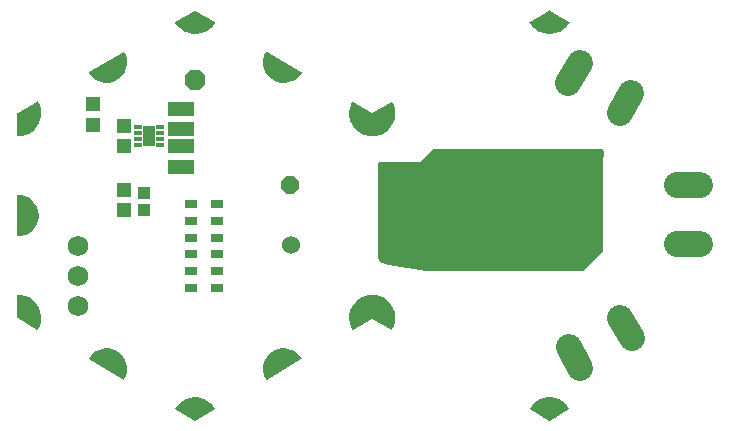
<source format=gbr>
G04 EAGLE Gerber RS-274X export*
G75*
%MOMM*%
%FSLAX34Y34*%
%LPD*%
%INSoldermask Top*%
%IPPOS*%
%AMOC8*
5,1,8,0,0,1.08239X$1,22.5*%
G01*
%ADD10R,1.003200X1.003200*%
%ADD11C,1.203200*%
%ADD12P,1.869504X8X22.500000*%
%ADD13R,1.303200X1.203200*%
%ADD14C,1.727200*%
%ADD15C,2.184400*%
%ADD16P,1.649562X8X113.700000*%
%ADD17C,1.524000*%
%ADD18R,0.703200X0.453200*%
%ADD19R,1.103200X1.803200*%
%ADD20R,1.203200X1.303200*%
%ADD21R,1.003200X0.703200*%
%ADD22C,1.503200*%

G36*
X178635Y40812D02*
X178635Y40812D01*
X178732Y40814D01*
X178792Y40832D01*
X178855Y40839D01*
X178945Y40875D01*
X179038Y40902D01*
X179092Y40933D01*
X179150Y40956D01*
X179229Y41013D01*
X179312Y41062D01*
X179392Y41132D01*
X179408Y41143D01*
X179415Y41152D01*
X179433Y41168D01*
X194673Y56305D01*
X194733Y56381D01*
X194800Y56452D01*
X194831Y56506D01*
X194869Y56556D01*
X194908Y56644D01*
X194955Y56729D01*
X194971Y56790D01*
X194997Y56847D01*
X195012Y56943D01*
X195037Y57036D01*
X195044Y57142D01*
X195048Y57161D01*
X195047Y57172D01*
X195048Y57197D01*
X195561Y131747D01*
X195738Y142059D01*
X195724Y142189D01*
X195716Y142318D01*
X195707Y142346D01*
X195703Y142376D01*
X195658Y142497D01*
X195618Y142621D01*
X195602Y142646D01*
X195591Y142673D01*
X195517Y142780D01*
X195448Y142889D01*
X195426Y142910D01*
X195409Y142934D01*
X195311Y143018D01*
X195216Y143107D01*
X195190Y143122D01*
X195168Y143141D01*
X195051Y143198D01*
X194937Y143261D01*
X194909Y143268D01*
X194882Y143281D01*
X194755Y143308D01*
X194629Y143340D01*
X194587Y143343D01*
X194571Y143346D01*
X194549Y143345D01*
X194469Y143351D01*
X51594Y143351D01*
X51496Y143338D01*
X51397Y143335D01*
X51338Y143318D01*
X51278Y143311D01*
X51186Y143274D01*
X51091Y143247D01*
X51039Y143216D01*
X50983Y143194D01*
X50903Y143136D01*
X50817Y143085D01*
X50742Y143019D01*
X50725Y143007D01*
X50717Y142997D01*
X50696Y142979D01*
X40749Y133032D01*
X6350Y133032D01*
X6232Y133017D01*
X6113Y133009D01*
X6075Y132997D01*
X6034Y132992D01*
X5924Y132948D01*
X5811Y132911D01*
X5776Y132890D01*
X5739Y132875D01*
X5643Y132805D01*
X5542Y132741D01*
X5514Y132712D01*
X5481Y132688D01*
X5406Y132596D01*
X5324Y132510D01*
X5304Y132474D01*
X5279Y132443D01*
X5228Y132335D01*
X5170Y132231D01*
X5160Y132192D01*
X5143Y132155D01*
X5121Y132039D01*
X5091Y131923D01*
X5087Y131863D01*
X5083Y131843D01*
X5085Y131823D01*
X5081Y131763D01*
X5081Y50800D01*
X5093Y50702D01*
X5096Y50603D01*
X5113Y50545D01*
X5121Y50484D01*
X5157Y50392D01*
X5185Y50297D01*
X5215Y50245D01*
X5238Y50189D01*
X5296Y50109D01*
X5346Y50023D01*
X5412Y49948D01*
X5424Y49931D01*
X5434Y49924D01*
X5453Y49903D01*
X7834Y47521D01*
X7888Y47479D01*
X7936Y47429D01*
X7986Y47399D01*
X7996Y47389D01*
X8024Y47374D01*
X8085Y47326D01*
X8149Y47299D01*
X8207Y47263D01*
X8265Y47241D01*
X8275Y47235D01*
X8289Y47232D01*
X8358Y47206D01*
X13860Y45513D01*
X13874Y45510D01*
X13887Y45505D01*
X14044Y45471D01*
X45016Y40814D01*
X45030Y40813D01*
X45044Y40810D01*
X45205Y40800D01*
X178539Y40800D01*
X178635Y40812D01*
G37*
G36*
X8Y154416D02*
X8Y154416D01*
X21Y154415D01*
X3071Y154657D01*
X3104Y154667D01*
X3150Y154670D01*
X6122Y155399D01*
X6153Y155413D01*
X6198Y155424D01*
X6262Y155451D01*
X7438Y155951D01*
X8614Y156450D01*
X9015Y156620D01*
X9043Y156639D01*
X9086Y156657D01*
X11674Y158290D01*
X11699Y158313D01*
X11738Y158338D01*
X14031Y160364D01*
X14052Y160391D01*
X14087Y160422D01*
X16025Y162790D01*
X16041Y162820D01*
X16071Y162856D01*
X17604Y165504D01*
X17615Y165536D01*
X17638Y165577D01*
X17691Y165716D01*
X17692Y165716D01*
X17692Y165717D01*
X18452Y167713D01*
X18452Y167714D01*
X18642Y168213D01*
X18727Y168436D01*
X18732Y168470D01*
X18749Y168514D01*
X19365Y171511D01*
X19365Y171545D01*
X19375Y171591D01*
X19501Y174648D01*
X19496Y174681D01*
X19498Y174728D01*
X19133Y177766D01*
X19123Y177798D01*
X19117Y177845D01*
X18269Y180785D01*
X18254Y180815D01*
X18241Y180860D01*
X16933Y183626D01*
X16915Y183649D01*
X16905Y183676D01*
X16856Y183728D01*
X16813Y183785D01*
X16789Y183800D01*
X16769Y183820D01*
X16703Y183849D01*
X16642Y183885D01*
X16613Y183889D01*
X16587Y183900D01*
X16515Y183901D01*
X16444Y183910D01*
X16417Y183903D01*
X16388Y183903D01*
X16294Y183868D01*
X16253Y183857D01*
X16245Y183850D01*
X16232Y183845D01*
X-19Y174489D01*
X-16270Y183845D01*
X-16297Y183854D01*
X-16320Y183871D01*
X-16391Y183885D01*
X-16458Y183908D01*
X-16487Y183906D01*
X-16515Y183912D01*
X-16585Y183898D01*
X-16657Y183892D01*
X-16682Y183879D01*
X-16710Y183874D01*
X-16769Y183834D01*
X-16833Y183801D01*
X-16851Y183778D01*
X-16875Y183762D01*
X-16933Y183680D01*
X-16959Y183647D01*
X-16962Y183637D01*
X-16970Y183626D01*
X-18279Y180860D01*
X-18287Y180827D01*
X-18307Y180785D01*
X-19155Y177845D01*
X-19157Y177811D01*
X-19171Y177766D01*
X-19536Y174728D01*
X-19533Y174694D01*
X-19539Y174648D01*
X-19412Y171591D01*
X-19404Y171558D01*
X-19402Y171511D01*
X-18787Y168514D01*
X-18773Y168482D01*
X-18764Y168436D01*
X-17676Y165577D01*
X-17658Y165548D01*
X-17641Y165504D01*
X-16108Y162856D01*
X-16086Y162831D01*
X-16062Y162790D01*
X-14124Y160422D01*
X-14098Y160401D01*
X-14069Y160364D01*
X-11776Y158338D01*
X-11747Y158321D01*
X-11712Y158290D01*
X-9124Y156657D01*
X-9092Y156645D01*
X-9052Y156620D01*
X-6236Y155424D01*
X-6203Y155417D01*
X-6160Y155399D01*
X-3188Y154670D01*
X-3154Y154669D01*
X-3109Y154657D01*
X-58Y154415D01*
X-30Y154418D01*
X-2Y154414D01*
X8Y154416D01*
G37*
G36*
X16548Y-9273D02*
X16548Y-9273D01*
X16619Y-9267D01*
X16644Y-9254D01*
X16673Y-9249D01*
X16732Y-9209D01*
X16795Y-9176D01*
X16814Y-9153D01*
X16837Y-9137D01*
X16895Y-9055D01*
X16922Y-9022D01*
X16925Y-9012D01*
X16933Y-9001D01*
X18241Y-6235D01*
X18249Y-6202D01*
X18269Y-6160D01*
X19117Y-3220D01*
X19120Y-3186D01*
X19133Y-3141D01*
X19498Y-103D01*
X19496Y-69D01*
X19501Y-23D01*
X19375Y3034D01*
X19366Y3067D01*
X19365Y3114D01*
X18749Y6111D01*
X18736Y6143D01*
X18727Y6189D01*
X17638Y9048D01*
X17620Y9077D01*
X17604Y9121D01*
X16071Y11769D01*
X16048Y11794D01*
X16025Y11835D01*
X14087Y14203D01*
X14061Y14224D01*
X14031Y14261D01*
X11738Y16287D01*
X11709Y16304D01*
X11674Y16335D01*
X9086Y17968D01*
X9054Y17980D01*
X9015Y18005D01*
X6198Y19201D01*
X6165Y19208D01*
X6122Y19226D01*
X3150Y19955D01*
X3116Y19956D01*
X3071Y19968D01*
X21Y20210D01*
X-7Y20207D01*
X-35Y20211D01*
X-45Y20209D01*
X-58Y20210D01*
X-3109Y19968D01*
X-3141Y19958D01*
X-3188Y19955D01*
X-6160Y19226D01*
X-6190Y19212D01*
X-6236Y19201D01*
X-6400Y19131D01*
X-7576Y18632D01*
X-8752Y18132D01*
X-9052Y18005D01*
X-9080Y17986D01*
X-9124Y17968D01*
X-11712Y16335D01*
X-11736Y16312D01*
X-11776Y16287D01*
X-14069Y14261D01*
X-14089Y14234D01*
X-14124Y14203D01*
X-16062Y11835D01*
X-16078Y11805D01*
X-16108Y11769D01*
X-17641Y9121D01*
X-17652Y9089D01*
X-17676Y9048D01*
X-18764Y6189D01*
X-18770Y6155D01*
X-18787Y6111D01*
X-19402Y3114D01*
X-19402Y3080D01*
X-19412Y3034D01*
X-19539Y-23D01*
X-19534Y-56D01*
X-19536Y-103D01*
X-19171Y-3141D01*
X-19160Y-3173D01*
X-19155Y-3220D01*
X-18307Y-6160D01*
X-18291Y-6190D01*
X-18279Y-6235D01*
X-16970Y-9001D01*
X-16953Y-9024D01*
X-16943Y-9051D01*
X-16894Y-9103D01*
X-16851Y-9160D01*
X-16826Y-9175D01*
X-16807Y-9195D01*
X-16741Y-9224D01*
X-16679Y-9260D01*
X-16651Y-9264D01*
X-16624Y-9275D01*
X-16553Y-9276D01*
X-16482Y-9285D01*
X-16454Y-9278D01*
X-16426Y-9278D01*
X-16331Y-9243D01*
X-16290Y-9232D01*
X-16282Y-9225D01*
X-16270Y-9220D01*
X-19Y136D01*
X16232Y-9220D01*
X16259Y-9229D01*
X16283Y-9246D01*
X16353Y-9260D01*
X16421Y-9283D01*
X16449Y-9281D01*
X16477Y-9287D01*
X16548Y-9273D01*
G37*
G36*
X-299991Y69816D02*
X-299991Y69816D01*
X-299978Y69815D01*
X-297179Y70047D01*
X-297146Y70057D01*
X-297098Y70060D01*
X-294376Y70750D01*
X-294345Y70765D01*
X-294298Y70776D01*
X-291727Y71904D01*
X-291699Y71924D01*
X-291655Y71943D01*
X-289304Y73479D01*
X-289279Y73504D01*
X-289239Y73530D01*
X-287173Y75431D01*
X-287161Y75448D01*
X-287148Y75457D01*
X-287138Y75473D01*
X-287117Y75492D01*
X-285393Y77708D01*
X-285378Y77739D01*
X-285348Y77777D01*
X-284012Y80246D01*
X-284001Y80279D01*
X-283978Y80322D01*
X-283067Y82977D01*
X-283062Y83012D01*
X-283047Y83057D01*
X-282584Y85826D01*
X-282586Y85861D01*
X-282578Y85909D01*
X-282578Y88716D01*
X-282584Y88750D01*
X-282584Y88799D01*
X-283047Y91568D01*
X-283059Y91600D01*
X-283067Y91648D01*
X-283978Y94303D01*
X-283996Y94333D01*
X-284012Y94379D01*
X-285348Y96848D01*
X-285370Y96875D01*
X-285393Y96917D01*
X-287117Y99133D01*
X-287144Y99156D01*
X-287173Y99194D01*
X-289239Y101095D01*
X-289269Y101113D01*
X-289304Y101146D01*
X-291655Y102682D01*
X-291687Y102694D01*
X-291727Y102721D01*
X-294298Y103849D01*
X-294332Y103856D01*
X-294376Y103875D01*
X-297098Y104565D01*
X-297133Y104566D01*
X-297179Y104578D01*
X-299978Y104810D01*
X-300006Y104807D01*
X-300035Y104811D01*
X-300104Y104795D01*
X-300175Y104787D01*
X-300200Y104772D01*
X-300229Y104765D01*
X-300286Y104723D01*
X-300348Y104688D01*
X-300365Y104665D01*
X-300389Y104648D01*
X-300425Y104587D01*
X-300468Y104530D01*
X-300475Y104502D01*
X-300490Y104477D01*
X-300507Y104378D01*
X-300517Y104337D01*
X-300516Y104326D01*
X-300518Y104313D01*
X-300518Y70313D01*
X-300512Y70284D01*
X-300515Y70255D01*
X-300493Y70187D01*
X-300478Y70118D01*
X-300462Y70094D01*
X-300453Y70066D01*
X-300406Y70012D01*
X-300366Y69954D01*
X-300341Y69938D01*
X-300322Y69916D01*
X-300258Y69885D01*
X-300198Y69847D01*
X-300170Y69842D01*
X-300143Y69829D01*
X-300044Y69821D01*
X-300002Y69814D01*
X-299991Y69816D01*
G37*
G36*
X-210253Y-51573D02*
X-210253Y-51573D01*
X-210182Y-51568D01*
X-210156Y-51554D01*
X-210127Y-51549D01*
X-210069Y-51509D01*
X-210005Y-51476D01*
X-209987Y-51454D01*
X-209963Y-51437D01*
X-209906Y-51356D01*
X-209879Y-51323D01*
X-209875Y-51312D01*
X-209867Y-51301D01*
X-208669Y-48765D01*
X-208661Y-48732D01*
X-208640Y-48688D01*
X-207875Y-45990D01*
X-207872Y-45956D01*
X-207859Y-45909D01*
X-207549Y-43122D01*
X-207551Y-43093D01*
X-207550Y-43083D01*
X-207551Y-43078D01*
X-207546Y-43039D01*
X-207699Y-40239D01*
X-207708Y-40206D01*
X-207710Y-40157D01*
X-208322Y-37420D01*
X-208336Y-37389D01*
X-208346Y-37342D01*
X-209400Y-34743D01*
X-209419Y-34714D01*
X-209437Y-34669D01*
X-210904Y-32279D01*
X-210928Y-32253D01*
X-210953Y-32212D01*
X-212794Y-30096D01*
X-212821Y-30075D01*
X-212853Y-30039D01*
X-215016Y-28254D01*
X-215047Y-28238D01*
X-215084Y-28207D01*
X-217512Y-26804D01*
X-217545Y-26793D01*
X-217586Y-26768D01*
X-220212Y-25783D01*
X-220246Y-25778D01*
X-220291Y-25761D01*
X-223044Y-25221D01*
X-223078Y-25222D01*
X-223126Y-25212D01*
X-225929Y-25133D01*
X-225963Y-25139D01*
X-226011Y-25138D01*
X-228789Y-25521D01*
X-228822Y-25532D01*
X-228870Y-25539D01*
X-231547Y-26374D01*
X-231578Y-26391D01*
X-231623Y-26405D01*
X-234127Y-27670D01*
X-234154Y-27691D01*
X-234197Y-27713D01*
X-236458Y-29373D01*
X-236481Y-29398D01*
X-236520Y-29427D01*
X-238477Y-31436D01*
X-238496Y-31465D01*
X-238529Y-31499D01*
X-240129Y-33803D01*
X-240140Y-33830D01*
X-240159Y-33852D01*
X-240179Y-33920D01*
X-240207Y-33985D01*
X-240208Y-34015D01*
X-240216Y-34043D01*
X-240208Y-34113D01*
X-240209Y-34184D01*
X-240197Y-34211D01*
X-240194Y-34240D01*
X-240159Y-34302D01*
X-240132Y-34368D01*
X-240111Y-34388D01*
X-240097Y-34414D01*
X-240020Y-34477D01*
X-239990Y-34507D01*
X-239979Y-34511D01*
X-239969Y-34520D01*
X-210569Y-51520D01*
X-210541Y-51529D01*
X-210517Y-51546D01*
X-210448Y-51560D01*
X-210380Y-51583D01*
X-210351Y-51581D01*
X-210323Y-51587D01*
X-210253Y-51573D01*
G37*
G36*
X-223126Y199837D02*
X-223126Y199837D01*
X-223092Y199845D01*
X-223044Y199846D01*
X-220291Y200386D01*
X-220259Y200399D01*
X-220212Y200408D01*
X-217586Y201393D01*
X-217557Y201412D01*
X-217512Y201429D01*
X-215084Y202832D01*
X-215058Y202855D01*
X-215016Y202879D01*
X-212853Y204664D01*
X-212831Y204691D01*
X-212794Y204721D01*
X-210953Y206837D01*
X-210936Y206868D01*
X-210904Y206904D01*
X-209437Y209294D01*
X-209425Y209327D01*
X-209400Y209368D01*
X-208346Y211967D01*
X-208340Y212001D01*
X-208322Y212045D01*
X-207710Y214782D01*
X-207710Y214817D01*
X-207699Y214864D01*
X-207546Y217664D01*
X-207551Y217699D01*
X-207549Y217747D01*
X-207859Y220534D01*
X-207870Y220567D01*
X-207875Y220615D01*
X-208640Y223313D01*
X-208656Y223344D01*
X-208669Y223390D01*
X-209867Y225926D01*
X-209885Y225949D01*
X-209895Y225977D01*
X-209944Y226028D01*
X-209986Y226085D01*
X-210012Y226100D01*
X-210032Y226121D01*
X-210097Y226149D01*
X-210158Y226185D01*
X-210187Y226189D01*
X-210214Y226201D01*
X-210285Y226201D01*
X-210356Y226210D01*
X-210384Y226203D01*
X-210413Y226203D01*
X-210506Y226168D01*
X-210547Y226157D01*
X-210556Y226150D01*
X-210569Y226145D01*
X-239969Y209145D01*
X-239990Y209125D01*
X-240017Y209113D01*
X-240064Y209060D01*
X-240118Y209013D01*
X-240130Y208987D01*
X-240150Y208965D01*
X-240173Y208897D01*
X-240203Y208833D01*
X-240204Y208804D01*
X-240214Y208777D01*
X-240209Y208706D01*
X-240212Y208635D01*
X-240202Y208607D01*
X-240200Y208578D01*
X-240157Y208488D01*
X-240142Y208448D01*
X-240135Y208440D01*
X-240129Y208428D01*
X-238529Y206124D01*
X-238504Y206100D01*
X-238477Y206061D01*
X-236520Y204052D01*
X-236491Y204032D01*
X-236458Y203998D01*
X-234197Y202338D01*
X-234165Y202324D01*
X-234127Y202295D01*
X-231623Y201030D01*
X-231590Y201021D01*
X-231547Y200999D01*
X-228870Y200164D01*
X-228835Y200160D01*
X-228789Y200146D01*
X-226011Y199763D01*
X-225977Y199765D01*
X-225929Y199758D01*
X-223126Y199837D01*
G37*
G36*
X-89654Y-51578D02*
X-89654Y-51578D01*
X-89625Y-51578D01*
X-89532Y-51543D01*
X-89491Y-51532D01*
X-89482Y-51525D01*
X-89469Y-51520D01*
X-60069Y-34520D01*
X-60047Y-34500D01*
X-60021Y-34488D01*
X-59973Y-34435D01*
X-59920Y-34388D01*
X-59907Y-34362D01*
X-59888Y-34340D01*
X-59865Y-34272D01*
X-59834Y-34208D01*
X-59833Y-34179D01*
X-59824Y-34152D01*
X-59829Y-34081D01*
X-59826Y-34010D01*
X-59836Y-33982D01*
X-59838Y-33953D01*
X-59880Y-33863D01*
X-59895Y-33823D01*
X-59903Y-33815D01*
X-59909Y-33803D01*
X-61508Y-31499D01*
X-61533Y-31475D01*
X-61561Y-31436D01*
X-63518Y-29427D01*
X-63546Y-29407D01*
X-63580Y-29373D01*
X-65841Y-27713D01*
X-65872Y-27699D01*
X-65911Y-27670D01*
X-68414Y-26405D01*
X-68447Y-26396D01*
X-68490Y-26374D01*
X-71168Y-25539D01*
X-71202Y-25535D01*
X-71248Y-25521D01*
X-74026Y-25138D01*
X-74061Y-25140D01*
X-74109Y-25133D01*
X-76912Y-25212D01*
X-76946Y-25220D01*
X-76994Y-25221D01*
X-79746Y-25761D01*
X-79778Y-25774D01*
X-79825Y-25783D01*
X-82451Y-26768D01*
X-82481Y-26787D01*
X-82526Y-26804D01*
X-84954Y-28207D01*
X-84980Y-28230D01*
X-85021Y-28254D01*
X-87185Y-30039D01*
X-87207Y-30066D01*
X-87244Y-30096D01*
X-89084Y-32212D01*
X-89102Y-32243D01*
X-89133Y-32279D01*
X-90600Y-34669D01*
X-90612Y-34702D01*
X-90638Y-34743D01*
X-91691Y-37342D01*
X-91698Y-37376D01*
X-91716Y-37420D01*
X-92327Y-40157D01*
X-92328Y-40192D01*
X-92338Y-40239D01*
X-92491Y-43039D01*
X-92486Y-43074D01*
X-92489Y-43122D01*
X-92178Y-45909D01*
X-92168Y-45942D01*
X-92163Y-45990D01*
X-91398Y-48688D01*
X-91382Y-48719D01*
X-91369Y-48765D01*
X-90170Y-51301D01*
X-90153Y-51324D01*
X-90142Y-51352D01*
X-90094Y-51403D01*
X-90051Y-51460D01*
X-90026Y-51475D01*
X-90006Y-51496D01*
X-89941Y-51524D01*
X-89879Y-51560D01*
X-89850Y-51564D01*
X-89824Y-51576D01*
X-89753Y-51576D01*
X-89682Y-51585D01*
X-89654Y-51578D01*
G37*
G36*
X-74074Y199764D02*
X-74074Y199764D01*
X-74026Y199763D01*
X-71248Y200146D01*
X-71215Y200157D01*
X-71168Y200164D01*
X-68490Y200999D01*
X-68460Y201016D01*
X-68414Y201030D01*
X-65911Y202295D01*
X-65884Y202316D01*
X-65841Y202338D01*
X-63580Y203998D01*
X-63557Y204023D01*
X-63518Y204052D01*
X-61561Y206061D01*
X-61542Y206090D01*
X-61508Y206124D01*
X-59909Y208428D01*
X-59897Y208455D01*
X-59879Y208477D01*
X-59858Y208545D01*
X-59830Y208610D01*
X-59830Y208640D01*
X-59822Y208668D01*
X-59829Y208738D01*
X-59829Y208809D01*
X-59840Y208836D01*
X-59843Y208865D01*
X-59878Y208927D01*
X-59906Y208993D01*
X-59926Y209013D01*
X-59941Y209039D01*
X-60017Y209102D01*
X-60048Y209132D01*
X-60058Y209136D01*
X-60069Y209145D01*
X-89469Y226145D01*
X-89497Y226154D01*
X-89520Y226171D01*
X-89590Y226185D01*
X-89657Y226208D01*
X-89686Y226206D01*
X-89715Y226212D01*
X-89785Y226198D01*
X-89856Y226193D01*
X-89882Y226179D01*
X-89910Y226174D01*
X-89969Y226134D01*
X-90032Y226101D01*
X-90051Y226079D01*
X-90075Y226062D01*
X-90132Y225981D01*
X-90159Y225948D01*
X-90162Y225937D01*
X-90170Y225926D01*
X-91369Y223390D01*
X-91377Y223357D01*
X-91398Y223313D01*
X-92163Y220615D01*
X-92165Y220581D01*
X-92178Y220534D01*
X-92489Y217747D01*
X-92486Y217719D01*
X-92487Y217714D01*
X-92486Y217709D01*
X-92491Y217664D01*
X-92338Y214864D01*
X-92330Y214831D01*
X-92327Y214782D01*
X-91716Y212045D01*
X-91702Y212014D01*
X-91691Y211967D01*
X-90638Y209368D01*
X-90618Y209339D01*
X-90600Y209294D01*
X-89133Y206904D01*
X-89110Y206878D01*
X-89084Y206837D01*
X-87244Y204721D01*
X-87216Y204700D01*
X-87185Y204664D01*
X-85021Y202879D01*
X-84991Y202863D01*
X-84954Y202832D01*
X-82526Y201429D01*
X-82493Y201418D01*
X-82451Y201393D01*
X-79825Y200408D01*
X-79791Y200403D01*
X-79746Y200386D01*
X-76994Y199846D01*
X-76959Y199847D01*
X-76912Y199837D01*
X-74109Y199758D01*
X-74074Y199764D01*
G37*
G36*
X-300010Y154377D02*
X-300010Y154377D01*
X-299997Y154375D01*
X-296941Y154622D01*
X-296908Y154632D01*
X-296861Y154635D01*
X-293884Y155369D01*
X-293854Y155383D01*
X-293808Y155394D01*
X-290987Y156596D01*
X-290959Y156615D01*
X-290916Y156633D01*
X-288325Y158272D01*
X-288300Y158296D01*
X-288260Y158321D01*
X-285965Y160354D01*
X-285945Y160381D01*
X-285910Y160412D01*
X-283970Y162787D01*
X-283955Y162817D01*
X-283925Y162853D01*
X-282392Y165508D01*
X-282381Y165541D01*
X-282357Y165581D01*
X-281270Y168448D01*
X-281264Y168481D01*
X-281248Y168525D01*
X-280634Y171529D01*
X-280634Y171563D01*
X-280625Y171609D01*
X-280501Y174673D01*
X-280507Y174706D01*
X-280504Y174753D01*
X-280874Y177797D01*
X-280885Y177829D01*
X-280890Y177876D01*
X-281743Y180821D01*
X-281759Y180851D01*
X-281772Y180896D01*
X-283086Y183666D01*
X-283103Y183689D01*
X-283114Y183716D01*
X-283163Y183768D01*
X-283205Y183825D01*
X-283230Y183840D01*
X-283250Y183861D01*
X-283316Y183889D01*
X-283377Y183925D01*
X-283406Y183929D01*
X-283433Y183940D01*
X-283504Y183941D01*
X-283575Y183950D01*
X-283603Y183942D01*
X-283631Y183942D01*
X-283725Y183907D01*
X-283766Y183896D01*
X-283775Y183889D01*
X-283787Y183884D01*
X-300265Y174345D01*
X-300322Y174293D01*
X-300384Y174248D01*
X-300396Y174228D01*
X-300413Y174213D01*
X-300446Y174143D01*
X-300486Y174077D01*
X-300490Y174052D01*
X-300499Y174033D01*
X-300501Y173989D01*
X-300514Y173913D01*
X-300536Y154874D01*
X-300531Y154845D01*
X-300533Y154816D01*
X-300511Y154749D01*
X-300497Y154679D01*
X-300481Y154655D01*
X-300472Y154627D01*
X-300425Y154573D01*
X-300385Y154515D01*
X-300360Y154499D01*
X-300341Y154477D01*
X-300277Y154446D01*
X-300217Y154407D01*
X-300189Y154403D01*
X-300163Y154390D01*
X-300063Y154381D01*
X-300021Y154374D01*
X-300010Y154377D01*
G37*
G36*
X-283472Y-9313D02*
X-283472Y-9313D01*
X-283401Y-9307D01*
X-283375Y-9294D01*
X-283346Y-9288D01*
X-283287Y-9248D01*
X-283224Y-9216D01*
X-283205Y-9193D01*
X-283181Y-9177D01*
X-283124Y-9095D01*
X-283097Y-9063D01*
X-283094Y-9052D01*
X-283086Y-9041D01*
X-281772Y-6271D01*
X-281763Y-6238D01*
X-281743Y-6196D01*
X-280890Y-3251D01*
X-280887Y-3217D01*
X-280874Y-3172D01*
X-280504Y-128D01*
X-280507Y-94D01*
X-280501Y-48D01*
X-280625Y3016D01*
X-280633Y3049D01*
X-280634Y3096D01*
X-281248Y6100D01*
X-281261Y6131D01*
X-281270Y6177D01*
X-282357Y9044D01*
X-282375Y9073D01*
X-282392Y9117D01*
X-283925Y11772D01*
X-283947Y11798D01*
X-283970Y11838D01*
X-285910Y14213D01*
X-285936Y14235D01*
X-285965Y14271D01*
X-288260Y16305D01*
X-288290Y16321D01*
X-288325Y16353D01*
X-290916Y17992D01*
X-290948Y18004D01*
X-290987Y18029D01*
X-293808Y19231D01*
X-293841Y19238D01*
X-293884Y19256D01*
X-296861Y19990D01*
X-296895Y19991D01*
X-296941Y20003D01*
X-299997Y20250D01*
X-300026Y20246D01*
X-300054Y20251D01*
X-300124Y20234D01*
X-300194Y20226D01*
X-300220Y20211D01*
X-300248Y20205D01*
X-300305Y20162D01*
X-300367Y20127D01*
X-300384Y20104D01*
X-300408Y20087D01*
X-300444Y20025D01*
X-300487Y19968D01*
X-300494Y19940D01*
X-300509Y19915D01*
X-300525Y19817D01*
X-300536Y19776D01*
X-300534Y19765D01*
X-300536Y19751D01*
X-300514Y712D01*
X-300498Y637D01*
X-300490Y560D01*
X-300478Y540D01*
X-300474Y517D01*
X-300430Y454D01*
X-300393Y387D01*
X-300373Y370D01*
X-300361Y353D01*
X-300323Y329D01*
X-300265Y280D01*
X-283787Y-9259D01*
X-283760Y-9268D01*
X-283736Y-9285D01*
X-283666Y-9300D01*
X-283599Y-9322D01*
X-283570Y-9320D01*
X-283542Y-9326D01*
X-283472Y-9313D01*
G37*
G36*
X149997Y-86377D02*
X149997Y-86377D01*
X150074Y-86378D01*
X150099Y-86369D01*
X150119Y-86367D01*
X150159Y-86347D01*
X150230Y-86320D01*
X166730Y-76820D01*
X166752Y-76801D01*
X166778Y-76789D01*
X166812Y-76751D01*
X166815Y-76749D01*
X166818Y-76745D01*
X166826Y-76736D01*
X166879Y-76689D01*
X166892Y-76663D01*
X166911Y-76641D01*
X166935Y-76574D01*
X166965Y-76509D01*
X166967Y-76480D01*
X166976Y-76453D01*
X166971Y-76382D01*
X166975Y-76311D01*
X166965Y-76284D01*
X166963Y-76255D01*
X166920Y-76164D01*
X166905Y-76124D01*
X166898Y-76116D01*
X166892Y-76104D01*
X165150Y-73580D01*
X165126Y-73557D01*
X165100Y-73518D01*
X162976Y-71307D01*
X162948Y-71288D01*
X162915Y-71254D01*
X160464Y-69412D01*
X160433Y-69397D01*
X160396Y-69369D01*
X157681Y-67944D01*
X157649Y-67934D01*
X157607Y-67912D01*
X154699Y-66941D01*
X154673Y-66938D01*
X154663Y-66937D01*
X154621Y-66922D01*
X151594Y-66430D01*
X151561Y-66432D01*
X151514Y-66424D01*
X148448Y-66424D01*
X148415Y-66431D01*
X148368Y-66430D01*
X145342Y-66922D01*
X145310Y-66934D01*
X145264Y-66941D01*
X142355Y-67912D01*
X142326Y-67929D01*
X142281Y-67944D01*
X139566Y-69369D01*
X139540Y-69390D01*
X139498Y-69412D01*
X137047Y-71254D01*
X137025Y-71279D01*
X136987Y-71307D01*
X134863Y-73518D01*
X134845Y-73547D01*
X134812Y-73580D01*
X133070Y-76104D01*
X133059Y-76131D01*
X133041Y-76153D01*
X133020Y-76221D01*
X132992Y-76287D01*
X132992Y-76316D01*
X132984Y-76343D01*
X132992Y-76415D01*
X132992Y-76486D01*
X133003Y-76512D01*
X133006Y-76541D01*
X133041Y-76603D01*
X133069Y-76669D01*
X133090Y-76689D01*
X133104Y-76714D01*
X133167Y-76766D01*
X133171Y-76772D01*
X133180Y-76777D01*
X133181Y-76778D01*
X133211Y-76808D01*
X133222Y-76812D01*
X133232Y-76820D01*
X149732Y-86320D01*
X149805Y-86344D01*
X149876Y-86375D01*
X149899Y-86376D01*
X149921Y-86383D01*
X149997Y-86377D01*
G37*
G36*
X-150003Y-86377D02*
X-150003Y-86377D01*
X-149926Y-86378D01*
X-149901Y-86369D01*
X-149881Y-86367D01*
X-149841Y-86347D01*
X-149770Y-86320D01*
X-133270Y-76820D01*
X-133248Y-76801D01*
X-133222Y-76789D01*
X-133188Y-76751D01*
X-133185Y-76749D01*
X-133182Y-76745D01*
X-133174Y-76736D01*
X-133121Y-76689D01*
X-133108Y-76663D01*
X-133089Y-76641D01*
X-133065Y-76574D01*
X-133035Y-76509D01*
X-133033Y-76480D01*
X-133024Y-76453D01*
X-133029Y-76382D01*
X-133025Y-76311D01*
X-133036Y-76284D01*
X-133038Y-76255D01*
X-133080Y-76164D01*
X-133095Y-76124D01*
X-133102Y-76116D01*
X-133108Y-76104D01*
X-134850Y-73580D01*
X-134874Y-73557D01*
X-134900Y-73518D01*
X-137025Y-71307D01*
X-137052Y-71288D01*
X-137085Y-71254D01*
X-139536Y-69412D01*
X-139567Y-69397D01*
X-139604Y-69369D01*
X-142319Y-67944D01*
X-142351Y-67934D01*
X-142393Y-67912D01*
X-145301Y-66941D01*
X-145327Y-66938D01*
X-145337Y-66937D01*
X-145379Y-66922D01*
X-148406Y-66430D01*
X-148439Y-66432D01*
X-148486Y-66424D01*
X-151552Y-66424D01*
X-151585Y-66431D01*
X-151632Y-66430D01*
X-154658Y-66922D01*
X-154690Y-66934D01*
X-154736Y-66941D01*
X-157645Y-67912D01*
X-157674Y-67929D01*
X-157719Y-67944D01*
X-160434Y-69369D01*
X-160460Y-69390D01*
X-160502Y-69412D01*
X-162953Y-71254D01*
X-162975Y-71279D01*
X-163013Y-71307D01*
X-165137Y-73518D01*
X-165155Y-73547D01*
X-165188Y-73580D01*
X-166930Y-76104D01*
X-166941Y-76131D01*
X-166959Y-76153D01*
X-166980Y-76221D01*
X-167008Y-76287D01*
X-167008Y-76316D01*
X-167016Y-76343D01*
X-167008Y-76415D01*
X-167008Y-76486D01*
X-166997Y-76512D01*
X-166994Y-76541D01*
X-166959Y-76603D01*
X-166931Y-76669D01*
X-166910Y-76689D01*
X-166896Y-76714D01*
X-166833Y-76766D01*
X-166829Y-76772D01*
X-166820Y-76777D01*
X-166819Y-76778D01*
X-166789Y-76808D01*
X-166778Y-76812D01*
X-166768Y-76820D01*
X-150268Y-86320D01*
X-150195Y-86344D01*
X-150124Y-86375D01*
X-150101Y-86376D01*
X-150079Y-86383D01*
X-150003Y-86377D01*
G37*
G36*
X-148452Y241056D02*
X-148452Y241056D01*
X-148406Y241055D01*
X-145379Y241547D01*
X-145347Y241559D01*
X-145301Y241566D01*
X-142393Y242537D01*
X-142363Y242554D01*
X-142319Y242569D01*
X-139604Y243994D01*
X-139578Y244015D01*
X-139536Y244037D01*
X-137085Y245879D01*
X-137062Y245904D01*
X-137025Y245932D01*
X-134900Y248143D01*
X-134882Y248172D01*
X-134850Y248205D01*
X-133108Y250729D01*
X-133097Y250756D01*
X-133078Y250778D01*
X-133058Y250846D01*
X-133030Y250912D01*
X-133030Y250941D01*
X-133021Y250968D01*
X-133029Y251040D01*
X-133029Y251111D01*
X-133040Y251137D01*
X-133044Y251166D01*
X-133079Y251228D01*
X-133106Y251294D01*
X-133127Y251314D01*
X-133141Y251339D01*
X-133218Y251403D01*
X-133249Y251433D01*
X-133259Y251437D01*
X-133270Y251445D01*
X-149770Y260945D01*
X-149842Y260969D01*
X-149913Y261000D01*
X-149936Y261001D01*
X-149958Y261008D01*
X-150035Y261002D01*
X-150112Y261003D01*
X-150136Y260994D01*
X-150157Y260992D01*
X-150196Y260972D01*
X-150268Y260945D01*
X-166768Y251445D01*
X-166790Y251426D01*
X-166816Y251414D01*
X-166864Y251361D01*
X-166917Y251314D01*
X-166930Y251288D01*
X-166949Y251266D01*
X-166972Y251199D01*
X-167003Y251134D01*
X-167004Y251105D01*
X-167014Y251078D01*
X-167009Y251007D01*
X-167012Y250936D01*
X-167002Y250909D01*
X-167000Y250880D01*
X-166958Y250789D01*
X-166943Y250749D01*
X-166935Y250741D01*
X-166930Y250729D01*
X-165188Y248205D01*
X-165163Y248182D01*
X-165137Y248143D01*
X-163013Y245932D01*
X-162985Y245913D01*
X-162953Y245879D01*
X-160502Y244037D01*
X-160471Y244022D01*
X-160434Y243994D01*
X-157719Y242569D01*
X-157686Y242559D01*
X-157645Y242537D01*
X-154736Y241566D01*
X-154703Y241562D01*
X-154658Y241547D01*
X-151632Y241055D01*
X-151598Y241057D01*
X-151552Y241049D01*
X-148486Y241049D01*
X-148452Y241056D01*
G37*
G36*
X151548Y241056D02*
X151548Y241056D01*
X151594Y241055D01*
X154621Y241547D01*
X154653Y241559D01*
X154699Y241566D01*
X157607Y242537D01*
X157637Y242554D01*
X157681Y242569D01*
X160396Y243994D01*
X160423Y244015D01*
X160464Y244037D01*
X162915Y245879D01*
X162938Y245904D01*
X162976Y245932D01*
X165100Y248143D01*
X165118Y248172D01*
X165150Y248205D01*
X166892Y250729D01*
X166904Y250756D01*
X166922Y250778D01*
X166942Y250846D01*
X166970Y250912D01*
X166970Y250941D01*
X166979Y250968D01*
X166971Y251040D01*
X166971Y251111D01*
X166960Y251137D01*
X166956Y251166D01*
X166921Y251228D01*
X166894Y251294D01*
X166873Y251314D01*
X166859Y251339D01*
X166782Y251403D01*
X166751Y251433D01*
X166741Y251437D01*
X166730Y251445D01*
X150230Y260945D01*
X150158Y260969D01*
X150087Y261000D01*
X150064Y261001D01*
X150042Y261008D01*
X149965Y261002D01*
X149888Y261003D01*
X149864Y260994D01*
X149844Y260992D01*
X149804Y260972D01*
X149732Y260945D01*
X133232Y251445D01*
X133211Y251426D01*
X133184Y251414D01*
X133137Y251361D01*
X133083Y251314D01*
X133071Y251288D01*
X133051Y251266D01*
X133028Y251199D01*
X132997Y251134D01*
X132996Y251105D01*
X132986Y251078D01*
X132991Y251007D01*
X132988Y250936D01*
X132998Y250909D01*
X133000Y250880D01*
X133042Y250789D01*
X133057Y250749D01*
X133065Y250741D01*
X133070Y250729D01*
X134812Y248205D01*
X134837Y248182D01*
X134863Y248143D01*
X136987Y245932D01*
X137015Y245913D01*
X137047Y245879D01*
X139498Y244037D01*
X139529Y244022D01*
X139566Y243994D01*
X142281Y242569D01*
X142314Y242559D01*
X142355Y242537D01*
X145264Y241566D01*
X145297Y241562D01*
X145342Y241547D01*
X148368Y241055D01*
X148402Y241057D01*
X148448Y241049D01*
X151514Y241049D01*
X151548Y241056D01*
G37*
D10*
X-193675Y106719D03*
X-193675Y91719D03*
D11*
X-150019Y252513D03*
X701Y164833D03*
X701Y9793D03*
X-150019Y-77888D03*
X-221519Y211213D03*
X-78519Y211213D03*
X-78519Y-36588D03*
X-221519Y-36588D03*
X149981Y252513D03*
X149981Y-77888D03*
X-293086Y169913D03*
X-293086Y4713D03*
X-293119Y87313D03*
D12*
X-150019Y202406D03*
D13*
X-210344Y92306D03*
X-210344Y109306D03*
X-236569Y164379D03*
X-236569Y181379D03*
D14*
X-249238Y61913D03*
X-249238Y36513D03*
X-249238Y11113D03*
D15*
X166144Y-24268D02*
X176020Y-41442D01*
X219618Y-16372D02*
X209742Y802D01*
X209383Y174367D02*
X219319Y191507D01*
X175808Y216729D02*
X165872Y199589D01*
D16*
X-69588Y113501D03*
D17*
X-68524Y62712D03*
D18*
X-198413Y162281D03*
X-198413Y157281D03*
X-198413Y152281D03*
X-198413Y147281D03*
X-179413Y147281D03*
X-179413Y152281D03*
X-179413Y157281D03*
X-179413Y162281D03*
D19*
X-188913Y154781D03*
D20*
X-166688Y160569D03*
X-166688Y177569D03*
X-157163Y160569D03*
X-157163Y177569D03*
X-166688Y145819D03*
X-166688Y128819D03*
X-157163Y145819D03*
X-157163Y128819D03*
X-210344Y146281D03*
X-210344Y163281D03*
D15*
X257588Y62960D02*
X277400Y62960D01*
X277400Y113252D02*
X257588Y113252D01*
D21*
X-153875Y68263D03*
X-131875Y68263D03*
X-153875Y96838D03*
X-131875Y96838D03*
X-153875Y26194D03*
X-131875Y26194D03*
X-153875Y54769D03*
X-131875Y54769D03*
X-153875Y82550D03*
X-131875Y82550D03*
X-153875Y40481D03*
X-131875Y40481D03*
D22*
X49213Y111125D03*
X65881Y111125D03*
X82550Y111125D03*
X98425Y111125D03*
X115094Y111125D03*
X130969Y111125D03*
X20638Y95250D03*
X37306Y95250D03*
X53181Y95250D03*
X69056Y95250D03*
X84138Y95250D03*
X98425Y95250D03*
X115094Y95250D03*
X130969Y95250D03*
X161131Y95250D03*
X161131Y80963D03*
X130969Y80169D03*
X115094Y80963D03*
X98425Y80963D03*
X84138Y80169D03*
X69056Y80169D03*
X53975Y80169D03*
X38100Y80169D03*
X21431Y80169D03*
X52388Y65881D03*
X67469Y65881D03*
X84138Y65881D03*
X100013Y65881D03*
X115888Y65881D03*
X130969Y65881D03*
X146844Y95250D03*
X146844Y80963D03*
M02*

</source>
